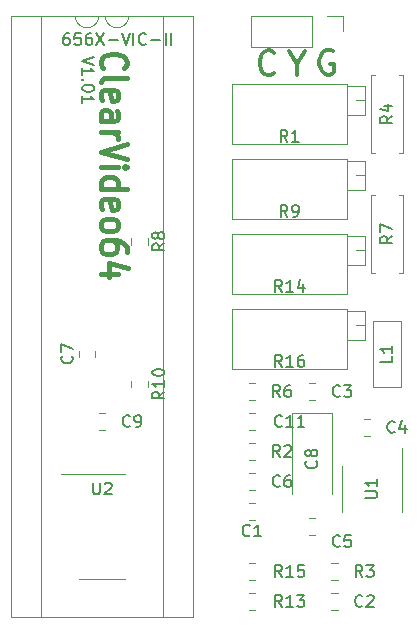
<source format=gbr>
G04 #@! TF.GenerationSoftware,KiCad,Pcbnew,(5.1.2)-1*
G04 #@! TF.CreationDate,2019-11-25T21:42:07-05:00*
G04 #@! TF.ProjectId,svideomod,73766964-656f-46d6-9f64-2e6b69636164,rev?*
G04 #@! TF.SameCoordinates,Original*
G04 #@! TF.FileFunction,Legend,Top*
G04 #@! TF.FilePolarity,Positive*
%FSLAX46Y46*%
G04 Gerber Fmt 4.6, Leading zero omitted, Abs format (unit mm)*
G04 Created by KiCad (PCBNEW (5.1.2)-1) date 2019-11-25 21:42:07*
%MOMM*%
%LPD*%
G04 APERTURE LIST*
%ADD10C,0.150000*%
%ADD11C,0.400000*%
%ADD12C,0.120000*%
%ADD13C,0.300000*%
G04 APERTURE END LIST*
D10*
X69191119Y-47212500D02*
X68191119Y-47545833D01*
X69191119Y-47879166D01*
X68191119Y-48736309D02*
X68191119Y-48164880D01*
X68191119Y-48450595D02*
X69191119Y-48450595D01*
X69048261Y-48355357D01*
X68953023Y-48260119D01*
X68905404Y-48164880D01*
X68286357Y-49164880D02*
X68238738Y-49212500D01*
X68191119Y-49164880D01*
X68238738Y-49117261D01*
X68286357Y-49164880D01*
X68191119Y-49164880D01*
X69191119Y-49831547D02*
X69191119Y-49926785D01*
X69143500Y-50022023D01*
X69095880Y-50069642D01*
X69000642Y-50117261D01*
X68810166Y-50164880D01*
X68572071Y-50164880D01*
X68381595Y-50117261D01*
X68286357Y-50069642D01*
X68238738Y-50022023D01*
X68191119Y-49926785D01*
X68191119Y-49831547D01*
X68238738Y-49736309D01*
X68286357Y-49688690D01*
X68381595Y-49641071D01*
X68572071Y-49593452D01*
X68810166Y-49593452D01*
X69000642Y-49641071D01*
X69095880Y-49688690D01*
X69143500Y-49736309D01*
X69191119Y-49831547D01*
X68191119Y-51117261D02*
X68191119Y-50545833D01*
X68191119Y-50831547D02*
X69191119Y-50831547D01*
X69048261Y-50736309D01*
X68953023Y-50641071D01*
X68905404Y-50545833D01*
D11*
X69953285Y-48197523D02*
X69848523Y-48102285D01*
X69743761Y-47816571D01*
X69743761Y-47626095D01*
X69848523Y-47340380D01*
X70058047Y-47149904D01*
X70267571Y-47054666D01*
X70686619Y-46959428D01*
X71000904Y-46959428D01*
X71419952Y-47054666D01*
X71629476Y-47149904D01*
X71839000Y-47340380D01*
X71943761Y-47626095D01*
X71943761Y-47816571D01*
X71839000Y-48102285D01*
X71734238Y-48197523D01*
X69743761Y-49340380D02*
X69848523Y-49149904D01*
X70058047Y-49054666D01*
X71943761Y-49054666D01*
X69848523Y-50864190D02*
X69743761Y-50673714D01*
X69743761Y-50292761D01*
X69848523Y-50102285D01*
X70058047Y-50007047D01*
X70896142Y-50007047D01*
X71105666Y-50102285D01*
X71210428Y-50292761D01*
X71210428Y-50673714D01*
X71105666Y-50864190D01*
X70896142Y-50959428D01*
X70686619Y-50959428D01*
X70477095Y-50007047D01*
X69743761Y-52673714D02*
X70896142Y-52673714D01*
X71105666Y-52578476D01*
X71210428Y-52388000D01*
X71210428Y-52007047D01*
X71105666Y-51816571D01*
X69848523Y-52673714D02*
X69743761Y-52483238D01*
X69743761Y-52007047D01*
X69848523Y-51816571D01*
X70058047Y-51721333D01*
X70267571Y-51721333D01*
X70477095Y-51816571D01*
X70581857Y-52007047D01*
X70581857Y-52483238D01*
X70686619Y-52673714D01*
X69743761Y-53626095D02*
X71210428Y-53626095D01*
X70791380Y-53626095D02*
X71000904Y-53721333D01*
X71105666Y-53816571D01*
X71210428Y-54007047D01*
X71210428Y-54197523D01*
X71943761Y-54578476D02*
X69743761Y-55245142D01*
X71943761Y-55911809D01*
X69743761Y-56578476D02*
X71210428Y-56578476D01*
X71943761Y-56578476D02*
X71839000Y-56483238D01*
X71734238Y-56578476D01*
X71839000Y-56673714D01*
X71943761Y-56578476D01*
X71734238Y-56578476D01*
X69743761Y-58388000D02*
X71943761Y-58388000D01*
X69848523Y-58388000D02*
X69743761Y-58197523D01*
X69743761Y-57816571D01*
X69848523Y-57626095D01*
X69953285Y-57530857D01*
X70162809Y-57435619D01*
X70791380Y-57435619D01*
X71000904Y-57530857D01*
X71105666Y-57626095D01*
X71210428Y-57816571D01*
X71210428Y-58197523D01*
X71105666Y-58388000D01*
X69848523Y-60102285D02*
X69743761Y-59911809D01*
X69743761Y-59530857D01*
X69848523Y-59340380D01*
X70058047Y-59245142D01*
X70896142Y-59245142D01*
X71105666Y-59340380D01*
X71210428Y-59530857D01*
X71210428Y-59911809D01*
X71105666Y-60102285D01*
X70896142Y-60197523D01*
X70686619Y-60197523D01*
X70477095Y-59245142D01*
X69743761Y-61340380D02*
X69848523Y-61149904D01*
X69953285Y-61054666D01*
X70162809Y-60959428D01*
X70791380Y-60959428D01*
X71000904Y-61054666D01*
X71105666Y-61149904D01*
X71210428Y-61340380D01*
X71210428Y-61626095D01*
X71105666Y-61816571D01*
X71000904Y-61911809D01*
X70791380Y-62007047D01*
X70162809Y-62007047D01*
X69953285Y-61911809D01*
X69848523Y-61816571D01*
X69743761Y-61626095D01*
X69743761Y-61340380D01*
X71943761Y-63721333D02*
X71943761Y-63340380D01*
X71839000Y-63149904D01*
X71734238Y-63054666D01*
X71419952Y-62864190D01*
X71000904Y-62768952D01*
X70162809Y-62768952D01*
X69953285Y-62864190D01*
X69848523Y-62959428D01*
X69743761Y-63149904D01*
X69743761Y-63530857D01*
X69848523Y-63721333D01*
X69953285Y-63816571D01*
X70162809Y-63911809D01*
X70686619Y-63911809D01*
X70896142Y-63816571D01*
X71000904Y-63721333D01*
X71105666Y-63530857D01*
X71105666Y-63149904D01*
X71000904Y-62959428D01*
X70896142Y-62864190D01*
X70686619Y-62768952D01*
X71210428Y-65626095D02*
X69743761Y-65626095D01*
X72048523Y-65149904D02*
X70477095Y-64673714D01*
X70477095Y-65911809D01*
D12*
X90239500Y-43747000D02*
X90239500Y-45077000D01*
X88909500Y-43747000D02*
X90239500Y-43747000D01*
X87639500Y-43747000D02*
X87639500Y-46407000D01*
X87639500Y-46407000D02*
X82499500Y-46407000D01*
X87639500Y-43747000D02*
X82499500Y-43747000D01*
X82499500Y-43747000D02*
X82499500Y-46407000D01*
X75040000Y-43755000D02*
X69580000Y-43755000D01*
X75040000Y-94675000D02*
X75040000Y-43755000D01*
X62120000Y-94675000D02*
X75040000Y-94675000D01*
X62120000Y-43755000D02*
X62120000Y-94675000D01*
X67580000Y-43755000D02*
X62120000Y-43755000D01*
X69580000Y-43755000D02*
G75*
G02X67580000Y-43755000I-1000000J0D01*
G01*
X82811252Y-86435000D02*
X82288748Y-86435000D01*
X82811252Y-85015000D02*
X82288748Y-85015000D01*
X89273748Y-92635000D02*
X89796252Y-92635000D01*
X89273748Y-94055000D02*
X89796252Y-94055000D01*
X87891252Y-76275000D02*
X87368748Y-76275000D01*
X87891252Y-74855000D02*
X87368748Y-74855000D01*
X92526752Y-77903000D02*
X92004248Y-77903000D01*
X92526752Y-79323000D02*
X92004248Y-79323000D01*
X87368748Y-87705000D02*
X87891252Y-87705000D01*
X87368748Y-86285000D02*
X87891252Y-86285000D01*
X82811252Y-82475000D02*
X82288748Y-82475000D01*
X82811252Y-83895000D02*
X82288748Y-83895000D01*
X69290000Y-72651252D02*
X69290000Y-72128748D01*
X67870000Y-72651252D02*
X67870000Y-72128748D01*
X89340000Y-84280000D02*
X89340000Y-77345000D01*
X89340000Y-77345000D02*
X85920000Y-77345000D01*
X85920000Y-77345000D02*
X85920000Y-84280000D01*
X70111252Y-78815000D02*
X69588748Y-78815000D01*
X70111252Y-77395000D02*
X69588748Y-77395000D01*
X82288748Y-77395000D02*
X82811252Y-77395000D01*
X82288748Y-78815000D02*
X82811252Y-78815000D01*
X95200000Y-69620000D02*
X92760000Y-69620000D01*
X92760000Y-69620000D02*
X92760000Y-75160000D01*
X92760000Y-75160000D02*
X95200000Y-75160000D01*
X95200000Y-75160000D02*
X95200000Y-69620000D01*
X92130000Y-50920000D02*
X91371000Y-50920000D01*
X90611000Y-52135000D02*
X90611000Y-49705000D01*
X92130000Y-52135000D02*
X92130000Y-49705000D01*
X92130000Y-49705000D02*
X90611000Y-49705000D01*
X92130000Y-52135000D02*
X90611000Y-52135000D01*
X80840000Y-54600000D02*
X80840000Y-49530000D01*
X90610000Y-54600000D02*
X90610000Y-49530000D01*
X90610000Y-49530000D02*
X80840000Y-49530000D01*
X90610000Y-54600000D02*
X80840000Y-54600000D01*
X82288748Y-81355000D02*
X82811252Y-81355000D01*
X82288748Y-79935000D02*
X82811252Y-79935000D01*
X89796252Y-90095000D02*
X89273748Y-90095000D01*
X89796252Y-91515000D02*
X89273748Y-91515000D01*
X95350000Y-48800000D02*
X95020000Y-48800000D01*
X95350000Y-55340000D02*
X95350000Y-48800000D01*
X95020000Y-55340000D02*
X95350000Y-55340000D01*
X92610000Y-48800000D02*
X92940000Y-48800000D01*
X92610000Y-55340000D02*
X92610000Y-48800000D01*
X92940000Y-55340000D02*
X92610000Y-55340000D01*
X82288748Y-74855000D02*
X82811252Y-74855000D01*
X82288748Y-76275000D02*
X82811252Y-76275000D01*
X95020000Y-58960000D02*
X95350000Y-58960000D01*
X95350000Y-58960000D02*
X95350000Y-65500000D01*
X95350000Y-65500000D02*
X95020000Y-65500000D01*
X92940000Y-58960000D02*
X92610000Y-58960000D01*
X92610000Y-58960000D02*
X92610000Y-65500000D01*
X92610000Y-65500000D02*
X92940000Y-65500000D01*
X73735000Y-62603748D02*
X73735000Y-63126252D01*
X72315000Y-62603748D02*
X72315000Y-63126252D01*
X92130000Y-57270000D02*
X91371000Y-57270000D01*
X90611000Y-58485000D02*
X90611000Y-56055000D01*
X92130000Y-58485000D02*
X92130000Y-56055000D01*
X92130000Y-56055000D02*
X90611000Y-56055000D01*
X92130000Y-58485000D02*
X90611000Y-58485000D01*
X80840000Y-60950000D02*
X80840000Y-55880000D01*
X90610000Y-60950000D02*
X90610000Y-55880000D01*
X90610000Y-55880000D02*
X80840000Y-55880000D01*
X90610000Y-60950000D02*
X80840000Y-60950000D01*
X73735000Y-74668748D02*
X73735000Y-75191252D01*
X72315000Y-74668748D02*
X72315000Y-75191252D01*
X82811252Y-94055000D02*
X82288748Y-94055000D01*
X82811252Y-92635000D02*
X82288748Y-92635000D01*
X90610000Y-67300000D02*
X80840000Y-67300000D01*
X90610000Y-62230000D02*
X80840000Y-62230000D01*
X90610000Y-67300000D02*
X90610000Y-62230000D01*
X80840000Y-67300000D02*
X80840000Y-62230000D01*
X92130000Y-64835000D02*
X90611000Y-64835000D01*
X92130000Y-62405000D02*
X90611000Y-62405000D01*
X92130000Y-64835000D02*
X92130000Y-62405000D01*
X90611000Y-64835000D02*
X90611000Y-62405000D01*
X92130000Y-63620000D02*
X91371000Y-63620000D01*
X82811252Y-90095000D02*
X82288748Y-90095000D01*
X82811252Y-91515000D02*
X82288748Y-91515000D01*
X90610000Y-73650000D02*
X80840000Y-73650000D01*
X90610000Y-68580000D02*
X80840000Y-68580000D01*
X90610000Y-73650000D02*
X90610000Y-68580000D01*
X80840000Y-73650000D02*
X80840000Y-68580000D01*
X92130000Y-71185000D02*
X90611000Y-71185000D01*
X92130000Y-68755000D02*
X90611000Y-68755000D01*
X92130000Y-71185000D02*
X92130000Y-68755000D01*
X90611000Y-71185000D02*
X90611000Y-68755000D01*
X92130000Y-69970000D02*
X91371000Y-69970000D01*
X90150000Y-83820000D02*
X90150000Y-85770000D01*
X90150000Y-83820000D02*
X90150000Y-81870000D01*
X95270000Y-83820000D02*
X95270000Y-85770000D01*
X95270000Y-83820000D02*
X95270000Y-80370000D01*
X69850000Y-91430000D02*
X71800000Y-91430000D01*
X69850000Y-91430000D02*
X67900000Y-91430000D01*
X69850000Y-82560000D02*
X71800000Y-82560000D01*
X69850000Y-82560000D02*
X66400000Y-82560000D01*
X72120000Y-43755000D02*
G75*
G02X70120000Y-43755000I-1000000J0D01*
G01*
X70120000Y-43755000D02*
X64660000Y-43755000D01*
X64660000Y-43755000D02*
X64660000Y-94675000D01*
X64660000Y-94675000D02*
X77580000Y-94675000D01*
X77580000Y-94675000D02*
X77580000Y-43755000D01*
X77580000Y-43755000D02*
X72120000Y-43755000D01*
D13*
X89411109Y-46740100D02*
X89220633Y-46640100D01*
X88934919Y-46640100D01*
X88649204Y-46740100D01*
X88458728Y-46940100D01*
X88363490Y-47140100D01*
X88268252Y-47540100D01*
X88268252Y-47840100D01*
X88363490Y-48240100D01*
X88458728Y-48440100D01*
X88649204Y-48640100D01*
X88934919Y-48740100D01*
X89125395Y-48740100D01*
X89411109Y-48640100D01*
X89506347Y-48540100D01*
X89506347Y-47840100D01*
X89125395Y-47840100D01*
X86347300Y-47803600D02*
X86347300Y-48803600D01*
X85680633Y-46703600D02*
X86347300Y-47803600D01*
X87013966Y-46703600D01*
X84451747Y-48590900D02*
X84356509Y-48690900D01*
X84070795Y-48790900D01*
X83880319Y-48790900D01*
X83594604Y-48690900D01*
X83404128Y-48490900D01*
X83308890Y-48290900D01*
X83213652Y-47890900D01*
X83213652Y-47590900D01*
X83308890Y-47190900D01*
X83404128Y-46990900D01*
X83594604Y-46790900D01*
X83880319Y-46690900D01*
X84070795Y-46690900D01*
X84356509Y-46790900D01*
X84451747Y-46890900D01*
D10*
X82383333Y-87732142D02*
X82335714Y-87779761D01*
X82192857Y-87827380D01*
X82097619Y-87827380D01*
X81954761Y-87779761D01*
X81859523Y-87684523D01*
X81811904Y-87589285D01*
X81764285Y-87398809D01*
X81764285Y-87255952D01*
X81811904Y-87065476D01*
X81859523Y-86970238D01*
X81954761Y-86875000D01*
X82097619Y-86827380D01*
X82192857Y-86827380D01*
X82335714Y-86875000D01*
X82383333Y-86922619D01*
X83335714Y-87827380D02*
X82764285Y-87827380D01*
X83050000Y-87827380D02*
X83050000Y-86827380D01*
X82954761Y-86970238D01*
X82859523Y-87065476D01*
X82764285Y-87113095D01*
X91908333Y-93702142D02*
X91860714Y-93749761D01*
X91717857Y-93797380D01*
X91622619Y-93797380D01*
X91479761Y-93749761D01*
X91384523Y-93654523D01*
X91336904Y-93559285D01*
X91289285Y-93368809D01*
X91289285Y-93225952D01*
X91336904Y-93035476D01*
X91384523Y-92940238D01*
X91479761Y-92845000D01*
X91622619Y-92797380D01*
X91717857Y-92797380D01*
X91860714Y-92845000D01*
X91908333Y-92892619D01*
X92289285Y-92892619D02*
X92336904Y-92845000D01*
X92432142Y-92797380D01*
X92670238Y-92797380D01*
X92765476Y-92845000D01*
X92813095Y-92892619D01*
X92860714Y-92987857D01*
X92860714Y-93083095D01*
X92813095Y-93225952D01*
X92241666Y-93797380D01*
X92860714Y-93797380D01*
X90003333Y-75922142D02*
X89955714Y-75969761D01*
X89812857Y-76017380D01*
X89717619Y-76017380D01*
X89574761Y-75969761D01*
X89479523Y-75874523D01*
X89431904Y-75779285D01*
X89384285Y-75588809D01*
X89384285Y-75445952D01*
X89431904Y-75255476D01*
X89479523Y-75160238D01*
X89574761Y-75065000D01*
X89717619Y-75017380D01*
X89812857Y-75017380D01*
X89955714Y-75065000D01*
X90003333Y-75112619D01*
X90336666Y-75017380D02*
X90955714Y-75017380D01*
X90622380Y-75398333D01*
X90765238Y-75398333D01*
X90860476Y-75445952D01*
X90908095Y-75493571D01*
X90955714Y-75588809D01*
X90955714Y-75826904D01*
X90908095Y-75922142D01*
X90860476Y-75969761D01*
X90765238Y-76017380D01*
X90479523Y-76017380D01*
X90384285Y-75969761D01*
X90336666Y-75922142D01*
X94638833Y-78970142D02*
X94591214Y-79017761D01*
X94448357Y-79065380D01*
X94353119Y-79065380D01*
X94210261Y-79017761D01*
X94115023Y-78922523D01*
X94067404Y-78827285D01*
X94019785Y-78636809D01*
X94019785Y-78493952D01*
X94067404Y-78303476D01*
X94115023Y-78208238D01*
X94210261Y-78113000D01*
X94353119Y-78065380D01*
X94448357Y-78065380D01*
X94591214Y-78113000D01*
X94638833Y-78160619D01*
X95495976Y-78398714D02*
X95495976Y-79065380D01*
X95257880Y-78017761D02*
X95019785Y-78732047D01*
X95638833Y-78732047D01*
X90003333Y-88622142D02*
X89955714Y-88669761D01*
X89812857Y-88717380D01*
X89717619Y-88717380D01*
X89574761Y-88669761D01*
X89479523Y-88574523D01*
X89431904Y-88479285D01*
X89384285Y-88288809D01*
X89384285Y-88145952D01*
X89431904Y-87955476D01*
X89479523Y-87860238D01*
X89574761Y-87765000D01*
X89717619Y-87717380D01*
X89812857Y-87717380D01*
X89955714Y-87765000D01*
X90003333Y-87812619D01*
X90908095Y-87717380D02*
X90431904Y-87717380D01*
X90384285Y-88193571D01*
X90431904Y-88145952D01*
X90527142Y-88098333D01*
X90765238Y-88098333D01*
X90860476Y-88145952D01*
X90908095Y-88193571D01*
X90955714Y-88288809D01*
X90955714Y-88526904D01*
X90908095Y-88622142D01*
X90860476Y-88669761D01*
X90765238Y-88717380D01*
X90527142Y-88717380D01*
X90431904Y-88669761D01*
X90384285Y-88622142D01*
X84923333Y-83542142D02*
X84875714Y-83589761D01*
X84732857Y-83637380D01*
X84637619Y-83637380D01*
X84494761Y-83589761D01*
X84399523Y-83494523D01*
X84351904Y-83399285D01*
X84304285Y-83208809D01*
X84304285Y-83065952D01*
X84351904Y-82875476D01*
X84399523Y-82780238D01*
X84494761Y-82685000D01*
X84637619Y-82637380D01*
X84732857Y-82637380D01*
X84875714Y-82685000D01*
X84923333Y-82732619D01*
X85780476Y-82637380D02*
X85590000Y-82637380D01*
X85494761Y-82685000D01*
X85447142Y-82732619D01*
X85351904Y-82875476D01*
X85304285Y-83065952D01*
X85304285Y-83446904D01*
X85351904Y-83542142D01*
X85399523Y-83589761D01*
X85494761Y-83637380D01*
X85685238Y-83637380D01*
X85780476Y-83589761D01*
X85828095Y-83542142D01*
X85875714Y-83446904D01*
X85875714Y-83208809D01*
X85828095Y-83113571D01*
X85780476Y-83065952D01*
X85685238Y-83018333D01*
X85494761Y-83018333D01*
X85399523Y-83065952D01*
X85351904Y-83113571D01*
X85304285Y-83208809D01*
X67287142Y-72556666D02*
X67334761Y-72604285D01*
X67382380Y-72747142D01*
X67382380Y-72842380D01*
X67334761Y-72985238D01*
X67239523Y-73080476D01*
X67144285Y-73128095D01*
X66953809Y-73175714D01*
X66810952Y-73175714D01*
X66620476Y-73128095D01*
X66525238Y-73080476D01*
X66430000Y-72985238D01*
X66382380Y-72842380D01*
X66382380Y-72747142D01*
X66430000Y-72604285D01*
X66477619Y-72556666D01*
X66382380Y-72223333D02*
X66382380Y-71556666D01*
X67382380Y-71985238D01*
X87987142Y-81446666D02*
X88034761Y-81494285D01*
X88082380Y-81637142D01*
X88082380Y-81732380D01*
X88034761Y-81875238D01*
X87939523Y-81970476D01*
X87844285Y-82018095D01*
X87653809Y-82065714D01*
X87510952Y-82065714D01*
X87320476Y-82018095D01*
X87225238Y-81970476D01*
X87130000Y-81875238D01*
X87082380Y-81732380D01*
X87082380Y-81637142D01*
X87130000Y-81494285D01*
X87177619Y-81446666D01*
X87510952Y-80875238D02*
X87463333Y-80970476D01*
X87415714Y-81018095D01*
X87320476Y-81065714D01*
X87272857Y-81065714D01*
X87177619Y-81018095D01*
X87130000Y-80970476D01*
X87082380Y-80875238D01*
X87082380Y-80684761D01*
X87130000Y-80589523D01*
X87177619Y-80541904D01*
X87272857Y-80494285D01*
X87320476Y-80494285D01*
X87415714Y-80541904D01*
X87463333Y-80589523D01*
X87510952Y-80684761D01*
X87510952Y-80875238D01*
X87558571Y-80970476D01*
X87606190Y-81018095D01*
X87701428Y-81065714D01*
X87891904Y-81065714D01*
X87987142Y-81018095D01*
X88034761Y-80970476D01*
X88082380Y-80875238D01*
X88082380Y-80684761D01*
X88034761Y-80589523D01*
X87987142Y-80541904D01*
X87891904Y-80494285D01*
X87701428Y-80494285D01*
X87606190Y-80541904D01*
X87558571Y-80589523D01*
X87510952Y-80684761D01*
X72223333Y-78462142D02*
X72175714Y-78509761D01*
X72032857Y-78557380D01*
X71937619Y-78557380D01*
X71794761Y-78509761D01*
X71699523Y-78414523D01*
X71651904Y-78319285D01*
X71604285Y-78128809D01*
X71604285Y-77985952D01*
X71651904Y-77795476D01*
X71699523Y-77700238D01*
X71794761Y-77605000D01*
X71937619Y-77557380D01*
X72032857Y-77557380D01*
X72175714Y-77605000D01*
X72223333Y-77652619D01*
X72699523Y-78557380D02*
X72890000Y-78557380D01*
X72985238Y-78509761D01*
X73032857Y-78462142D01*
X73128095Y-78319285D01*
X73175714Y-78128809D01*
X73175714Y-77747857D01*
X73128095Y-77652619D01*
X73080476Y-77605000D01*
X72985238Y-77557380D01*
X72794761Y-77557380D01*
X72699523Y-77605000D01*
X72651904Y-77652619D01*
X72604285Y-77747857D01*
X72604285Y-77985952D01*
X72651904Y-78081190D01*
X72699523Y-78128809D01*
X72794761Y-78176428D01*
X72985238Y-78176428D01*
X73080476Y-78128809D01*
X73128095Y-78081190D01*
X73175714Y-77985952D01*
X85082142Y-78462142D02*
X85034523Y-78509761D01*
X84891666Y-78557380D01*
X84796428Y-78557380D01*
X84653571Y-78509761D01*
X84558333Y-78414523D01*
X84510714Y-78319285D01*
X84463095Y-78128809D01*
X84463095Y-77985952D01*
X84510714Y-77795476D01*
X84558333Y-77700238D01*
X84653571Y-77605000D01*
X84796428Y-77557380D01*
X84891666Y-77557380D01*
X85034523Y-77605000D01*
X85082142Y-77652619D01*
X86034523Y-78557380D02*
X85463095Y-78557380D01*
X85748809Y-78557380D02*
X85748809Y-77557380D01*
X85653571Y-77700238D01*
X85558333Y-77795476D01*
X85463095Y-77843095D01*
X86986904Y-78557380D02*
X86415476Y-78557380D01*
X86701190Y-78557380D02*
X86701190Y-77557380D01*
X86605952Y-77700238D01*
X86510714Y-77795476D01*
X86415476Y-77843095D01*
X94432380Y-72556666D02*
X94432380Y-73032857D01*
X93432380Y-73032857D01*
X94432380Y-71699523D02*
X94432380Y-72270952D01*
X94432380Y-71985238D02*
X93432380Y-71985238D01*
X93575238Y-72080476D01*
X93670476Y-72175714D01*
X93718095Y-72270952D01*
X85558333Y-54427380D02*
X85225000Y-53951190D01*
X84986904Y-54427380D02*
X84986904Y-53427380D01*
X85367857Y-53427380D01*
X85463095Y-53475000D01*
X85510714Y-53522619D01*
X85558333Y-53617857D01*
X85558333Y-53760714D01*
X85510714Y-53855952D01*
X85463095Y-53903571D01*
X85367857Y-53951190D01*
X84986904Y-53951190D01*
X86510714Y-54427380D02*
X85939285Y-54427380D01*
X86225000Y-54427380D02*
X86225000Y-53427380D01*
X86129761Y-53570238D01*
X86034523Y-53665476D01*
X85939285Y-53713095D01*
X84923333Y-81097380D02*
X84590000Y-80621190D01*
X84351904Y-81097380D02*
X84351904Y-80097380D01*
X84732857Y-80097380D01*
X84828095Y-80145000D01*
X84875714Y-80192619D01*
X84923333Y-80287857D01*
X84923333Y-80430714D01*
X84875714Y-80525952D01*
X84828095Y-80573571D01*
X84732857Y-80621190D01*
X84351904Y-80621190D01*
X85304285Y-80192619D02*
X85351904Y-80145000D01*
X85447142Y-80097380D01*
X85685238Y-80097380D01*
X85780476Y-80145000D01*
X85828095Y-80192619D01*
X85875714Y-80287857D01*
X85875714Y-80383095D01*
X85828095Y-80525952D01*
X85256666Y-81097380D01*
X85875714Y-81097380D01*
X91908333Y-91257380D02*
X91575000Y-90781190D01*
X91336904Y-91257380D02*
X91336904Y-90257380D01*
X91717857Y-90257380D01*
X91813095Y-90305000D01*
X91860714Y-90352619D01*
X91908333Y-90447857D01*
X91908333Y-90590714D01*
X91860714Y-90685952D01*
X91813095Y-90733571D01*
X91717857Y-90781190D01*
X91336904Y-90781190D01*
X92241666Y-90257380D02*
X92860714Y-90257380D01*
X92527380Y-90638333D01*
X92670238Y-90638333D01*
X92765476Y-90685952D01*
X92813095Y-90733571D01*
X92860714Y-90828809D01*
X92860714Y-91066904D01*
X92813095Y-91162142D01*
X92765476Y-91209761D01*
X92670238Y-91257380D01*
X92384523Y-91257380D01*
X92289285Y-91209761D01*
X92241666Y-91162142D01*
X94432380Y-52236666D02*
X93956190Y-52570000D01*
X94432380Y-52808095D02*
X93432380Y-52808095D01*
X93432380Y-52427142D01*
X93480000Y-52331904D01*
X93527619Y-52284285D01*
X93622857Y-52236666D01*
X93765714Y-52236666D01*
X93860952Y-52284285D01*
X93908571Y-52331904D01*
X93956190Y-52427142D01*
X93956190Y-52808095D01*
X93765714Y-51379523D02*
X94432380Y-51379523D01*
X93384761Y-51617619D02*
X94099047Y-51855714D01*
X94099047Y-51236666D01*
X84923333Y-76017380D02*
X84590000Y-75541190D01*
X84351904Y-76017380D02*
X84351904Y-75017380D01*
X84732857Y-75017380D01*
X84828095Y-75065000D01*
X84875714Y-75112619D01*
X84923333Y-75207857D01*
X84923333Y-75350714D01*
X84875714Y-75445952D01*
X84828095Y-75493571D01*
X84732857Y-75541190D01*
X84351904Y-75541190D01*
X85780476Y-75017380D02*
X85590000Y-75017380D01*
X85494761Y-75065000D01*
X85447142Y-75112619D01*
X85351904Y-75255476D01*
X85304285Y-75445952D01*
X85304285Y-75826904D01*
X85351904Y-75922142D01*
X85399523Y-75969761D01*
X85494761Y-76017380D01*
X85685238Y-76017380D01*
X85780476Y-75969761D01*
X85828095Y-75922142D01*
X85875714Y-75826904D01*
X85875714Y-75588809D01*
X85828095Y-75493571D01*
X85780476Y-75445952D01*
X85685238Y-75398333D01*
X85494761Y-75398333D01*
X85399523Y-75445952D01*
X85351904Y-75493571D01*
X85304285Y-75588809D01*
X94432380Y-62396666D02*
X93956190Y-62730000D01*
X94432380Y-62968095D02*
X93432380Y-62968095D01*
X93432380Y-62587142D01*
X93480000Y-62491904D01*
X93527619Y-62444285D01*
X93622857Y-62396666D01*
X93765714Y-62396666D01*
X93860952Y-62444285D01*
X93908571Y-62491904D01*
X93956190Y-62587142D01*
X93956190Y-62968095D01*
X93432380Y-62063333D02*
X93432380Y-61396666D01*
X94432380Y-61825238D01*
X75127380Y-63031666D02*
X74651190Y-63365000D01*
X75127380Y-63603095D02*
X74127380Y-63603095D01*
X74127380Y-63222142D01*
X74175000Y-63126904D01*
X74222619Y-63079285D01*
X74317857Y-63031666D01*
X74460714Y-63031666D01*
X74555952Y-63079285D01*
X74603571Y-63126904D01*
X74651190Y-63222142D01*
X74651190Y-63603095D01*
X74555952Y-62460238D02*
X74508333Y-62555476D01*
X74460714Y-62603095D01*
X74365476Y-62650714D01*
X74317857Y-62650714D01*
X74222619Y-62603095D01*
X74175000Y-62555476D01*
X74127380Y-62460238D01*
X74127380Y-62269761D01*
X74175000Y-62174523D01*
X74222619Y-62126904D01*
X74317857Y-62079285D01*
X74365476Y-62079285D01*
X74460714Y-62126904D01*
X74508333Y-62174523D01*
X74555952Y-62269761D01*
X74555952Y-62460238D01*
X74603571Y-62555476D01*
X74651190Y-62603095D01*
X74746428Y-62650714D01*
X74936904Y-62650714D01*
X75032142Y-62603095D01*
X75079761Y-62555476D01*
X75127380Y-62460238D01*
X75127380Y-62269761D01*
X75079761Y-62174523D01*
X75032142Y-62126904D01*
X74936904Y-62079285D01*
X74746428Y-62079285D01*
X74651190Y-62126904D01*
X74603571Y-62174523D01*
X74555952Y-62269761D01*
X85558333Y-60777380D02*
X85225000Y-60301190D01*
X84986904Y-60777380D02*
X84986904Y-59777380D01*
X85367857Y-59777380D01*
X85463095Y-59825000D01*
X85510714Y-59872619D01*
X85558333Y-59967857D01*
X85558333Y-60110714D01*
X85510714Y-60205952D01*
X85463095Y-60253571D01*
X85367857Y-60301190D01*
X84986904Y-60301190D01*
X86034523Y-60777380D02*
X86225000Y-60777380D01*
X86320238Y-60729761D01*
X86367857Y-60682142D01*
X86463095Y-60539285D01*
X86510714Y-60348809D01*
X86510714Y-59967857D01*
X86463095Y-59872619D01*
X86415476Y-59825000D01*
X86320238Y-59777380D01*
X86129761Y-59777380D01*
X86034523Y-59825000D01*
X85986904Y-59872619D01*
X85939285Y-59967857D01*
X85939285Y-60205952D01*
X85986904Y-60301190D01*
X86034523Y-60348809D01*
X86129761Y-60396428D01*
X86320238Y-60396428D01*
X86415476Y-60348809D01*
X86463095Y-60301190D01*
X86510714Y-60205952D01*
X75127380Y-75572857D02*
X74651190Y-75906190D01*
X75127380Y-76144285D02*
X74127380Y-76144285D01*
X74127380Y-75763333D01*
X74175000Y-75668095D01*
X74222619Y-75620476D01*
X74317857Y-75572857D01*
X74460714Y-75572857D01*
X74555952Y-75620476D01*
X74603571Y-75668095D01*
X74651190Y-75763333D01*
X74651190Y-76144285D01*
X75127380Y-74620476D02*
X75127380Y-75191904D01*
X75127380Y-74906190D02*
X74127380Y-74906190D01*
X74270238Y-75001428D01*
X74365476Y-75096666D01*
X74413095Y-75191904D01*
X74127380Y-74001428D02*
X74127380Y-73906190D01*
X74175000Y-73810952D01*
X74222619Y-73763333D01*
X74317857Y-73715714D01*
X74508333Y-73668095D01*
X74746428Y-73668095D01*
X74936904Y-73715714D01*
X75032142Y-73763333D01*
X75079761Y-73810952D01*
X75127380Y-73906190D01*
X75127380Y-74001428D01*
X75079761Y-74096666D01*
X75032142Y-74144285D01*
X74936904Y-74191904D01*
X74746428Y-74239523D01*
X74508333Y-74239523D01*
X74317857Y-74191904D01*
X74222619Y-74144285D01*
X74175000Y-74096666D01*
X74127380Y-74001428D01*
X85082142Y-93797380D02*
X84748809Y-93321190D01*
X84510714Y-93797380D02*
X84510714Y-92797380D01*
X84891666Y-92797380D01*
X84986904Y-92845000D01*
X85034523Y-92892619D01*
X85082142Y-92987857D01*
X85082142Y-93130714D01*
X85034523Y-93225952D01*
X84986904Y-93273571D01*
X84891666Y-93321190D01*
X84510714Y-93321190D01*
X86034523Y-93797380D02*
X85463095Y-93797380D01*
X85748809Y-93797380D02*
X85748809Y-92797380D01*
X85653571Y-92940238D01*
X85558333Y-93035476D01*
X85463095Y-93083095D01*
X86367857Y-92797380D02*
X86986904Y-92797380D01*
X86653571Y-93178333D01*
X86796428Y-93178333D01*
X86891666Y-93225952D01*
X86939285Y-93273571D01*
X86986904Y-93368809D01*
X86986904Y-93606904D01*
X86939285Y-93702142D01*
X86891666Y-93749761D01*
X86796428Y-93797380D01*
X86510714Y-93797380D01*
X86415476Y-93749761D01*
X86367857Y-93702142D01*
X85082142Y-67127380D02*
X84748809Y-66651190D01*
X84510714Y-67127380D02*
X84510714Y-66127380D01*
X84891666Y-66127380D01*
X84986904Y-66175000D01*
X85034523Y-66222619D01*
X85082142Y-66317857D01*
X85082142Y-66460714D01*
X85034523Y-66555952D01*
X84986904Y-66603571D01*
X84891666Y-66651190D01*
X84510714Y-66651190D01*
X86034523Y-67127380D02*
X85463095Y-67127380D01*
X85748809Y-67127380D02*
X85748809Y-66127380D01*
X85653571Y-66270238D01*
X85558333Y-66365476D01*
X85463095Y-66413095D01*
X86891666Y-66460714D02*
X86891666Y-67127380D01*
X86653571Y-66079761D02*
X86415476Y-66794047D01*
X87034523Y-66794047D01*
X85082142Y-91257380D02*
X84748809Y-90781190D01*
X84510714Y-91257380D02*
X84510714Y-90257380D01*
X84891666Y-90257380D01*
X84986904Y-90305000D01*
X85034523Y-90352619D01*
X85082142Y-90447857D01*
X85082142Y-90590714D01*
X85034523Y-90685952D01*
X84986904Y-90733571D01*
X84891666Y-90781190D01*
X84510714Y-90781190D01*
X86034523Y-91257380D02*
X85463095Y-91257380D01*
X85748809Y-91257380D02*
X85748809Y-90257380D01*
X85653571Y-90400238D01*
X85558333Y-90495476D01*
X85463095Y-90543095D01*
X86939285Y-90257380D02*
X86463095Y-90257380D01*
X86415476Y-90733571D01*
X86463095Y-90685952D01*
X86558333Y-90638333D01*
X86796428Y-90638333D01*
X86891666Y-90685952D01*
X86939285Y-90733571D01*
X86986904Y-90828809D01*
X86986904Y-91066904D01*
X86939285Y-91162142D01*
X86891666Y-91209761D01*
X86796428Y-91257380D01*
X86558333Y-91257380D01*
X86463095Y-91209761D01*
X86415476Y-91162142D01*
X85082142Y-73477380D02*
X84748809Y-73001190D01*
X84510714Y-73477380D02*
X84510714Y-72477380D01*
X84891666Y-72477380D01*
X84986904Y-72525000D01*
X85034523Y-72572619D01*
X85082142Y-72667857D01*
X85082142Y-72810714D01*
X85034523Y-72905952D01*
X84986904Y-72953571D01*
X84891666Y-73001190D01*
X84510714Y-73001190D01*
X86034523Y-73477380D02*
X85463095Y-73477380D01*
X85748809Y-73477380D02*
X85748809Y-72477380D01*
X85653571Y-72620238D01*
X85558333Y-72715476D01*
X85463095Y-72763095D01*
X86891666Y-72477380D02*
X86701190Y-72477380D01*
X86605952Y-72525000D01*
X86558333Y-72572619D01*
X86463095Y-72715476D01*
X86415476Y-72905952D01*
X86415476Y-73286904D01*
X86463095Y-73382142D01*
X86510714Y-73429761D01*
X86605952Y-73477380D01*
X86796428Y-73477380D01*
X86891666Y-73429761D01*
X86939285Y-73382142D01*
X86986904Y-73286904D01*
X86986904Y-73048809D01*
X86939285Y-72953571D01*
X86891666Y-72905952D01*
X86796428Y-72858333D01*
X86605952Y-72858333D01*
X86510714Y-72905952D01*
X86463095Y-72953571D01*
X86415476Y-73048809D01*
X92162380Y-84581904D02*
X92971904Y-84581904D01*
X93067142Y-84534285D01*
X93114761Y-84486666D01*
X93162380Y-84391428D01*
X93162380Y-84200952D01*
X93114761Y-84105714D01*
X93067142Y-84058095D01*
X92971904Y-84010476D01*
X92162380Y-84010476D01*
X93162380Y-83010476D02*
X93162380Y-83581904D01*
X93162380Y-83296190D02*
X92162380Y-83296190D01*
X92305238Y-83391428D01*
X92400476Y-83486666D01*
X92448095Y-83581904D01*
X69088095Y-83272380D02*
X69088095Y-84081904D01*
X69135714Y-84177142D01*
X69183333Y-84224761D01*
X69278571Y-84272380D01*
X69469047Y-84272380D01*
X69564285Y-84224761D01*
X69611904Y-84177142D01*
X69659523Y-84081904D01*
X69659523Y-83272380D01*
X70088095Y-83367619D02*
X70135714Y-83320000D01*
X70230952Y-83272380D01*
X70469047Y-83272380D01*
X70564285Y-83320000D01*
X70611904Y-83367619D01*
X70659523Y-83462857D01*
X70659523Y-83558095D01*
X70611904Y-83700952D01*
X70040476Y-84272380D01*
X70659523Y-84272380D01*
X67043551Y-45222979D02*
X66853075Y-45222979D01*
X66757837Y-45270599D01*
X66710218Y-45318218D01*
X66614979Y-45461075D01*
X66567360Y-45651551D01*
X66567360Y-46032503D01*
X66614979Y-46127741D01*
X66662599Y-46175360D01*
X66757837Y-46222979D01*
X66948313Y-46222979D01*
X67043551Y-46175360D01*
X67091170Y-46127741D01*
X67138789Y-46032503D01*
X67138789Y-45794408D01*
X67091170Y-45699170D01*
X67043551Y-45651551D01*
X66948313Y-45603932D01*
X66757837Y-45603932D01*
X66662599Y-45651551D01*
X66614979Y-45699170D01*
X66567360Y-45794408D01*
X68043551Y-45222979D02*
X67567360Y-45222979D01*
X67519741Y-45699170D01*
X67567360Y-45651551D01*
X67662599Y-45603932D01*
X67900694Y-45603932D01*
X67995932Y-45651551D01*
X68043551Y-45699170D01*
X68091170Y-45794408D01*
X68091170Y-46032503D01*
X68043551Y-46127741D01*
X67995932Y-46175360D01*
X67900694Y-46222979D01*
X67662599Y-46222979D01*
X67567360Y-46175360D01*
X67519741Y-46127741D01*
X68948313Y-45222979D02*
X68757837Y-45222979D01*
X68662599Y-45270599D01*
X68614979Y-45318218D01*
X68519741Y-45461075D01*
X68472122Y-45651551D01*
X68472122Y-46032503D01*
X68519741Y-46127741D01*
X68567360Y-46175360D01*
X68662599Y-46222979D01*
X68853075Y-46222979D01*
X68948313Y-46175360D01*
X68995932Y-46127741D01*
X69043551Y-46032503D01*
X69043551Y-45794408D01*
X68995932Y-45699170D01*
X68948313Y-45651551D01*
X68853075Y-45603932D01*
X68662599Y-45603932D01*
X68567360Y-45651551D01*
X68519741Y-45699170D01*
X68472122Y-45794408D01*
X69376884Y-45222979D02*
X70043551Y-46222979D01*
X70043551Y-45222979D02*
X69376884Y-46222979D01*
X70424503Y-45842027D02*
X71186408Y-45842027D01*
X71519741Y-45222979D02*
X71853075Y-46222979D01*
X72186408Y-45222979D01*
X72519741Y-46222979D02*
X72519741Y-45222979D01*
X73567360Y-46127741D02*
X73519741Y-46175360D01*
X73376884Y-46222979D01*
X73281646Y-46222979D01*
X73138789Y-46175360D01*
X73043551Y-46080122D01*
X72995932Y-45984884D01*
X72948313Y-45794408D01*
X72948313Y-45651551D01*
X72995932Y-45461075D01*
X73043551Y-45365837D01*
X73138789Y-45270599D01*
X73281646Y-45222979D01*
X73376884Y-45222979D01*
X73519741Y-45270599D01*
X73567360Y-45318218D01*
X73995932Y-45842027D02*
X74757837Y-45842027D01*
X75234027Y-46222979D02*
X75234027Y-45222979D01*
X75710218Y-46222979D02*
X75710218Y-45222979D01*
M02*

</source>
